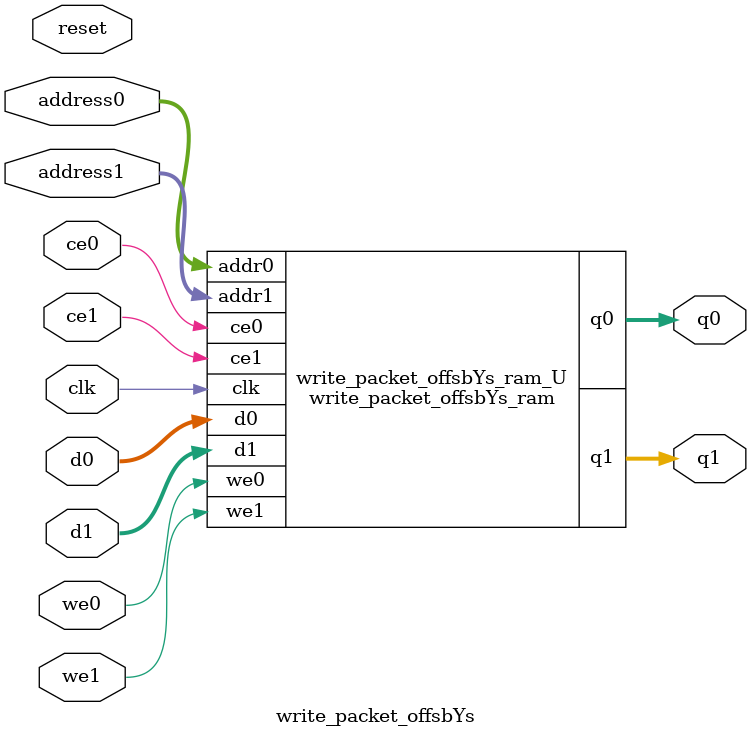
<source format=v>

`timescale 1 ns / 1 ps
module write_packet_offsbYs_ram (addr0, ce0, d0, we0, q0, addr1, ce1, d1, we1, q1,  clk);

parameter DWIDTH = 32;
parameter AWIDTH = 8;
parameter MEM_SIZE = 130;

input[AWIDTH-1:0] addr0;
input ce0;
input[DWIDTH-1:0] d0;
input we0;
output reg[DWIDTH-1:0] q0;
input[AWIDTH-1:0] addr1;
input ce1;
input[DWIDTH-1:0] d1;
input we1;
output reg[DWIDTH-1:0] q1;
input clk;

(* ram_style = "block" *)reg [DWIDTH-1:0] ram[0:MEM_SIZE-1];




always @(posedge clk)  
begin 
    if (ce0) 
    begin
        if (we0) 
        begin 
            ram[addr0] <= d0; 
            q0 <= d0;
        end 
        else 
            q0 <= ram[addr0];
    end
end


always @(posedge clk)  
begin 
    if (ce1) 
    begin
        if (we1) 
        begin 
            ram[addr1] <= d1; 
            q1 <= d1;
        end 
        else 
            q1 <= ram[addr1];
    end
end


endmodule


`timescale 1 ns / 1 ps
module write_packet_offsbYs(
    reset,
    clk,
    address0,
    ce0,
    we0,
    d0,
    q0,
    address1,
    ce1,
    we1,
    d1,
    q1);

parameter DataWidth = 32'd32;
parameter AddressRange = 32'd130;
parameter AddressWidth = 32'd8;
input reset;
input clk;
input[AddressWidth - 1:0] address0;
input ce0;
input we0;
input[DataWidth - 1:0] d0;
output[DataWidth - 1:0] q0;
input[AddressWidth - 1:0] address1;
input ce1;
input we1;
input[DataWidth - 1:0] d1;
output[DataWidth - 1:0] q1;



write_packet_offsbYs_ram write_packet_offsbYs_ram_U(
    .clk( clk ),
    .addr0( address0 ),
    .ce0( ce0 ),
    .d0( d0 ),
    .we0( we0 ),
    .q0( q0 ),
    .addr1( address1 ),
    .ce1( ce1 ),
    .d1( d1 ),
    .we1( we1 ),
    .q1( q1 ));

endmodule


</source>
